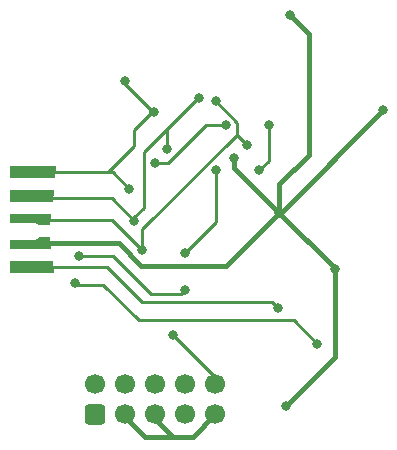
<source format=gbl>
%TF.GenerationSoftware,KiCad,Pcbnew,5.1.8*%
%TF.CreationDate,2020-12-16T14:38:17-06:00*%
%TF.ProjectId,ePenguin-Debug,6550656e-6775-4696-9e2d-44656275672e,rev?*%
%TF.SameCoordinates,Original*%
%TF.FileFunction,Copper,L2,Bot*%
%TF.FilePolarity,Positive*%
%FSLAX46Y46*%
G04 Gerber Fmt 4.6, Leading zero omitted, Abs format (unit mm)*
G04 Created by KiCad (PCBNEW 5.1.8) date 2020-12-16 14:38:17*
%MOMM*%
%LPD*%
G01*
G04 APERTURE LIST*
%TA.AperFunction,ComponentPad*%
%ADD10C,1.700000*%
%TD*%
%TA.AperFunction,SMDPad,CuDef*%
%ADD11C,0.100000*%
%TD*%
%TA.AperFunction,ViaPad*%
%ADD12C,0.800000*%
%TD*%
%TA.AperFunction,Conductor*%
%ADD13C,0.250000*%
%TD*%
%TA.AperFunction,Conductor*%
%ADD14C,0.400000*%
%TD*%
G04 APERTURE END LIST*
D10*
%TO.P,J3,10*%
%TO.N,Net-(J1-Pad10)*%
X118960000Y-81960000D03*
%TO.P,J3,8*%
%TO.N,Net-(J2-Pad8)*%
X116420000Y-81960000D03*
%TO.P,J3,6*%
%TO.N,Net-(J1-Pad6)*%
X113880000Y-81960000D03*
%TO.P,J3,4*%
%TO.N,Net-(J1-Pad4)*%
X111340000Y-81960000D03*
%TO.P,J3,2*%
%TO.N,Net-(J1-Pad2)*%
X108800000Y-81960000D03*
%TO.P,J3,9*%
%TO.N,GND*%
X118960000Y-84500000D03*
%TO.P,J3,7*%
%TO.N,Net-(J2-Pad7)*%
X116420000Y-84500000D03*
%TO.P,J3,5*%
%TO.N,GND*%
X113880000Y-84500000D03*
%TO.P,J3,3*%
X111340000Y-84500000D03*
%TO.P,J3,1*%
%TO.N,Net-(J1-Pad1)*%
%TA.AperFunction,ComponentPad*%
G36*
G01*
X109400000Y-85350000D02*
X108200000Y-85350000D01*
G75*
G02*
X107950000Y-85100000I0J250000D01*
G01*
X107950000Y-83900000D01*
G75*
G02*
X108200000Y-83650000I250000J0D01*
G01*
X109400000Y-83650000D01*
G75*
G02*
X109650000Y-83900000I0J-250000D01*
G01*
X109650000Y-85100000D01*
G75*
G02*
X109400000Y-85350000I-250000J0D01*
G01*
G37*
%TD.AperFunction*%
%TD*%
%TA.AperFunction,SMDPad,CuDef*%
D11*
%TO.P,J1,8*%
%TO.N,/DEBUG_RX*%
G36*
X101600000Y-72500000D02*
G01*
X101600000Y-71500000D01*
X105200000Y-71500000D01*
X105300000Y-72500000D01*
X101600000Y-72500000D01*
G37*
%TD.AperFunction*%
%TA.AperFunction,SMDPad,CuDef*%
%TO.P,J1,6*%
%TO.N,Net-(J1-Pad6)*%
G36*
X105200000Y-66500000D02*
G01*
X101600000Y-66500000D01*
X101600000Y-65500000D01*
X105300000Y-65500000D01*
X105200000Y-66500000D01*
G37*
%TD.AperFunction*%
%TA.AperFunction,SMDPad,CuDef*%
%TO.P,J1,10*%
%TO.N,Net-(J1-Pad10)*%
G36*
X105400000Y-64500000D02*
G01*
X101600000Y-64500000D01*
X101600000Y-63500000D01*
X105500000Y-63500000D01*
X105400000Y-64500000D01*
G37*
%TD.AperFunction*%
%TA.AperFunction,SMDPad,CuDef*%
%TO.P,J1,3*%
%TO.N,GND*%
G36*
X101600000Y-70500000D02*
G01*
X101600000Y-69700000D01*
X103610000Y-69700000D01*
X103720000Y-69690000D01*
X103800000Y-69670000D01*
X103860000Y-69650000D01*
X103910000Y-69630000D01*
X103960000Y-69600000D01*
X104020000Y-69560000D01*
X104070000Y-69520000D01*
X104090000Y-69500000D01*
X105000000Y-69500000D01*
X105100000Y-70500000D01*
X101600000Y-70500000D01*
G37*
%TD.AperFunction*%
%TA.AperFunction,SMDPad,CuDef*%
%TO.P,J1,4*%
%TO.N,Net-(J1-Pad4)*%
G36*
X105000000Y-68500000D02*
G01*
X104090000Y-68500000D01*
X104070000Y-68480000D01*
X104020000Y-68440000D01*
X103960000Y-68400000D01*
X103910000Y-68370000D01*
X103860000Y-68350000D01*
X103800000Y-68330000D01*
X103720000Y-68310000D01*
X103610000Y-68300000D01*
X101600000Y-68300000D01*
X101600000Y-67500000D01*
X105100000Y-67500000D01*
X105000000Y-68500000D01*
G37*
%TD.AperFunction*%
%TD*%
D12*
%TO.N,/DEBUG_RX*%
X124300000Y-75500000D03*
%TO.N,GND*%
X133200000Y-58700000D03*
X125000000Y-83800000D03*
X124400000Y-67400000D03*
X125300000Y-50700000D03*
X120600000Y-62800000D03*
X129130000Y-72160000D03*
%TO.N,/DEBUG_TX*%
X107100000Y-73400000D03*
X127600000Y-78500000D03*
%TO.N,Net-(J1-Pad6)*%
X112100000Y-68100000D03*
X117600000Y-57700000D03*
X114900000Y-62000000D03*
%TO.N,Net-(J1-Pad10)*%
X115400000Y-77800000D03*
X111700000Y-65400000D03*
X113800000Y-58900000D03*
X111300000Y-56300000D03*
%TO.N,Net-(J1-Pad4)*%
X112800000Y-70600000D03*
X119000000Y-58000000D03*
X121700000Y-61700000D03*
%TO.N,Net-(J1-Pad2)*%
X119900000Y-60000000D03*
X113900000Y-63200000D03*
%TO.N,Net-(J1-Pad1)*%
X123500000Y-60000000D03*
X119000000Y-63800000D03*
X116400000Y-70800000D03*
X107400000Y-71100000D03*
X116400000Y-74000000D03*
X122700000Y-63800000D03*
%TD*%
D13*
%TO.N,/DEBUG_RX*%
X109800000Y-72000000D02*
X103400000Y-72000000D01*
X124300000Y-75500000D02*
X123800000Y-75000000D01*
X112800000Y-75000000D02*
X109800000Y-72000000D01*
X123800000Y-75000000D02*
X112800000Y-75000000D01*
D14*
%TO.N,GND*%
X113880000Y-84500000D02*
X113880000Y-84880000D01*
X113880000Y-84880000D02*
X115400000Y-86400000D01*
X117060000Y-86400000D02*
X118960000Y-84500000D01*
X111340000Y-84500000D02*
X111340000Y-84740000D01*
X113000000Y-86400000D02*
X115600000Y-86400000D01*
X111340000Y-84740000D02*
X113000000Y-86400000D01*
X115600000Y-86400000D02*
X117060000Y-86400000D01*
X115400000Y-86400000D02*
X115600000Y-86400000D01*
X125300000Y-50700000D02*
X126900000Y-52300000D01*
X126900000Y-52300000D02*
X126900000Y-55800000D01*
X126900000Y-55800000D02*
X126900000Y-62500000D01*
X124400000Y-65000000D02*
X124400000Y-67400000D01*
X126900000Y-62500000D02*
X124400000Y-65000000D01*
X120600000Y-63600000D02*
X124400000Y-67400000D01*
X120600000Y-62800000D02*
X120600000Y-63600000D01*
X124500000Y-67400000D02*
X124400000Y-67400000D01*
X133200000Y-58700000D02*
X124500000Y-67400000D01*
X110800000Y-70000000D02*
X103100000Y-70000000D01*
X112700000Y-71900000D02*
X110800000Y-70000000D01*
X119900000Y-71900000D02*
X112700000Y-71900000D01*
X124400000Y-67400000D02*
X119900000Y-71900000D01*
X124400000Y-67400000D02*
X129130000Y-72130000D01*
X129130000Y-72130000D02*
X129130000Y-72160000D01*
X125000000Y-83800000D02*
X129130000Y-79670000D01*
X129130000Y-79670000D02*
X129130000Y-72160000D01*
D13*
%TO.N,/DEBUG_TX*%
X107100000Y-73400000D02*
X107200000Y-73500000D01*
X107200000Y-73500000D02*
X109500000Y-73500000D01*
X109500000Y-73500000D02*
X112500000Y-76500000D01*
X125600000Y-76500000D02*
X127600000Y-78500000D01*
X112500000Y-76500000D02*
X125600000Y-76500000D01*
%TO.N,Net-(J1-Pad6)*%
X103600000Y-66200000D02*
X103400000Y-66000000D01*
X112100000Y-68100000D02*
X110200000Y-66200000D01*
X110200000Y-66200000D02*
X103600000Y-66200000D01*
X112900000Y-62300000D02*
X117500000Y-57700000D01*
X117500000Y-57700000D02*
X117600000Y-57700000D01*
X112900000Y-67000000D02*
X112900000Y-62300000D01*
X112100000Y-67800000D02*
X112900000Y-67000000D01*
X112100000Y-68100000D02*
X112100000Y-67800000D01*
X114900000Y-60300000D02*
X117500000Y-57700000D01*
X114900000Y-62000000D02*
X114900000Y-60300000D01*
%TO.N,Net-(J1-Pad10)*%
X103500000Y-64000000D02*
X109900000Y-64000000D01*
X118960000Y-81360000D02*
X115400000Y-77800000D01*
X118960000Y-81960000D02*
X118960000Y-81360000D01*
X110300000Y-64000000D02*
X109900000Y-64000000D01*
X111700000Y-65400000D02*
X110300000Y-64000000D01*
X112100000Y-61800000D02*
X109900000Y-64000000D01*
X112100000Y-60400000D02*
X112100000Y-61800000D01*
X113800000Y-58900000D02*
X113600000Y-58900000D01*
X113600000Y-58900000D02*
X112100000Y-60400000D01*
X113700000Y-58900000D02*
X113800000Y-58900000D01*
X111300000Y-56500000D02*
X113700000Y-58900000D01*
X111300000Y-56300000D02*
X111300000Y-56500000D01*
%TO.N,Net-(J1-Pad4)*%
X103100000Y-68000000D02*
X110200000Y-68000000D01*
X110200000Y-68000000D02*
X112800000Y-70600000D01*
X120800000Y-59800000D02*
X119000000Y-58000000D01*
X120800000Y-60400000D02*
X120800000Y-59800000D01*
X120800000Y-60800000D02*
X120800000Y-60400000D01*
X121700000Y-61700000D02*
X120800000Y-60800000D01*
X112800000Y-68800000D02*
X120800000Y-60800000D01*
X112800000Y-70600000D02*
X112800000Y-68800000D01*
%TO.N,Net-(J1-Pad2)*%
X118200000Y-60000000D02*
X119900000Y-60000000D01*
X115000000Y-63200000D02*
X118200000Y-60000000D01*
X113900000Y-63200000D02*
X115000000Y-63200000D01*
%TO.N,Net-(J1-Pad1)*%
X119000000Y-68200000D02*
X116400000Y-70800000D01*
X119000000Y-63800000D02*
X119000000Y-68200000D01*
X107400000Y-71100000D02*
X110300000Y-71100000D01*
X110300000Y-71100000D02*
X113500000Y-74300000D01*
X116100000Y-74300000D02*
X116400000Y-74000000D01*
X113500000Y-74300000D02*
X116100000Y-74300000D01*
X123500000Y-63000000D02*
X123500000Y-60000000D01*
X122700000Y-63800000D02*
X123500000Y-63000000D01*
%TD*%
M02*

</source>
